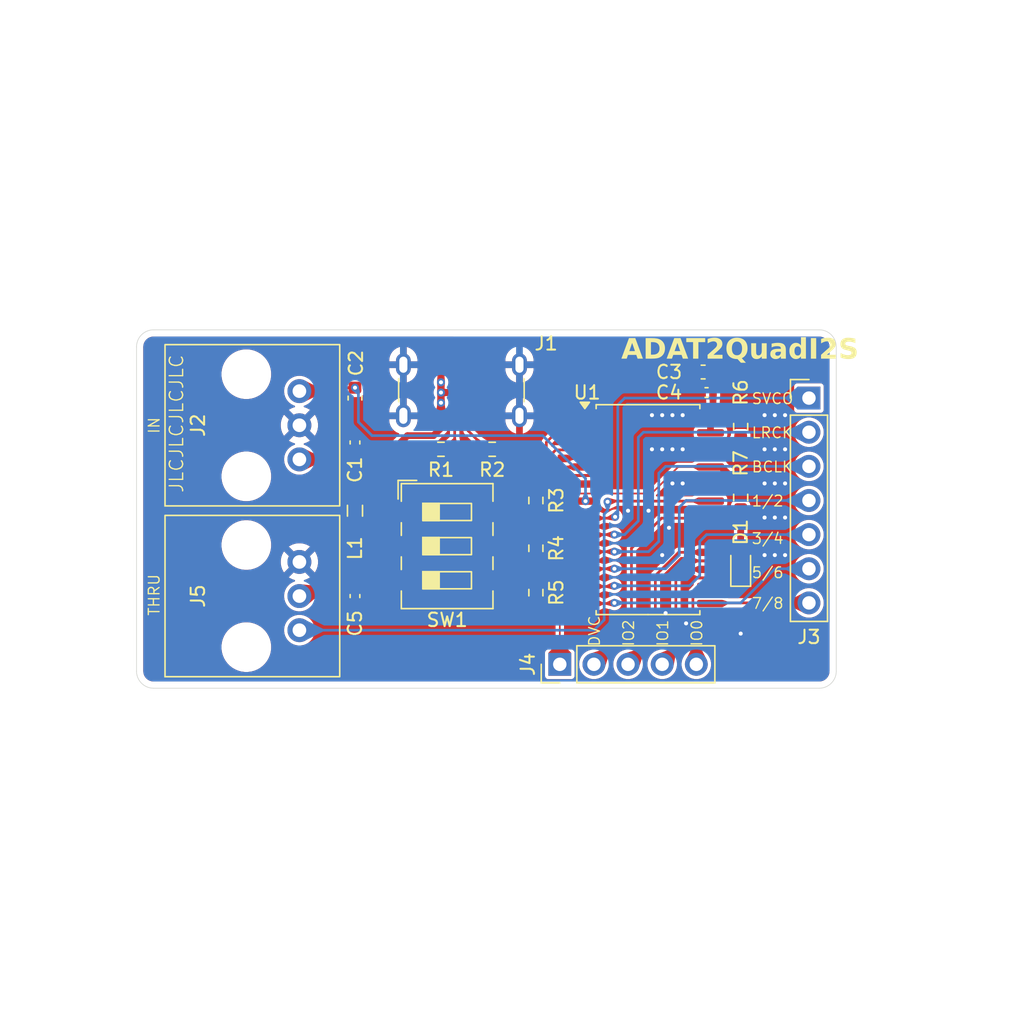
<source format=kicad_pcb>
(kicad_pcb (version 20241229) (generator "pcbnew") (generator_version "9.0")
  (layers (0 "F.Cu" signal) (2 "B.Cu" signal) (13 "F.Paste" user) (15 "B.Paste" user) (5 "F.SilkS" user "F.Silkscreen") (7 "B.SilkS" user "B.Silkscreen") (1 "F.Mask" user) (3 "B.Mask" user) (25 "Edge.Cuts" user))
  (net 0 "")
  (net 1 "GND")
  (net 2 "Net-(J2-Vcc)")
  (net 3 "Net-(J2-Vout)")
  (net 4 "VDD")
  (net 5 "Net-(D1-A)")
  (net 6 "Net-(J1-CC1)")
  (net 7 "Net-(J1-CC2)")
  (net 8 "/MODE0")
  (net 9 "/CODE0")
  (net 10 "/CODE1")
  (net 11 "/MUTE")
  (net 12 "/ERR")
  (net 14 "Net-(J5-Vin)")
  (net 15 "/OUT1{slash}2")
  (net 16 "/SVCO")
  (net 17 "/OUT3{slash}4")
  (net 18 "/BCLK")
  (net 19 "/OUT5{slash}6")
  (net 20 "/OUT7{slash}8")
  (net 21 "IO0")
  (net 22 "IO2")
  (net 23 "DVCO")
  (net 24 "IO1")
  (net 25 "/WDCLK")
  (footprint "Resistor_SMD:R_0603_1608Metric" (layer "F.Cu") (at 116.078 92.456 90)
    (property "Reference" "R4" (at 0 1.524 90) (layer "F.SilkS"))
    (property "Value" "10k")
    (fp_line (start -0.237258 -0.5225) (end 0.237258 -0.5225) (stroke (width 0.12)) (layer "F.SilkS"))
    (fp_line (start -0.237258 0.5225) (end 0.237258 0.5225) (stroke (width 0.12)) (layer "F.SilkS"))
    (pad "1" smd roundrect (at -0.825 0 90) (size 0.8 0.95) (layers "F.Cu" "F.Mask" "F.Paste") (net 9 "/CODE0"))
    (pad "2" smd roundrect (at 0.825 0 90) (size 0.8 0.95) (layers "F.Cu" "F.Mask" "F.Paste") (net 1 "GND"))
  )
  (footprint "Capacitor_SMD:C_0603_1608Metric" (layer "F.Cu") (at 102.616 81.28 -90)
    (property "Reference" "C2" (at -2.5995 -0.0725 90) (layer "F.SilkS"))
    (property "Value" "30p")
    (fp_line (start -0.14058 0.51) (end 0.14058 0.51) (stroke (width 0.12)) (layer "F.SilkS"))
    (fp_line (start -0.14058 -0.51) (end 0.14058 -0.51) (stroke (width 0.12)) (layer "F.SilkS"))
    (pad "1" smd roundrect (at -0.775 0 270) (size 0.9 0.95) (layers "F.Cu" "F.Mask" "F.Paste") (net 3 "Net-(J2-Vout)"))
    (pad "2" smd roundrect (at 0.775 0 270) (size 0.9 0.95) (layers "F.Cu" "F.Mask" "F.Paste") (net 1 "GND"))
  )
  (footprint "Resistor_SMD:R_0603_1608Metric" (layer "F.Cu") (at 131.318 88.6775 90)
    (property "Reference" "R7" (at 2.54 0 90) (layer "F.SilkS"))
    (property "Value" "1k")
    (fp_line (start -0.237258 -0.5225) (end 0.237258 -0.5225) (stroke (width 0.12)) (layer "F.SilkS"))
    (fp_line (start -0.237258 0.5225) (end 0.237258 0.5225) (stroke (width 0.12)) (layer "F.SilkS"))
    (pad "1" smd roundrect (at -0.825 0 90) (size 0.8 0.95) (layers "F.Cu" "F.Mask" "F.Paste") (net 5 "Net-(D1-A)"))
    (pad "2" smd roundrect (at 0.825 0 90) (size 0.8 0.95) (layers "F.Cu" "F.Mask" "F.Paste") (net 12 "/ERR"))
  )
  (footprint "Connector_PinHeader_2.54mm:PinHeader_1x07_P2.54mm_Vertical" (layer "F.Cu") (at 136.398 81.28)
    (property "Reference" "J3" (at 0 17.78 0) (layer "F.SilkS"))
    (property "Value" "Conn_01x07_Pin")
    (fp_line (start -1.38 -1.38) (end 0 -1.38) (stroke (width 0.12)) (layer "F.SilkS"))
    (fp_line (start -1.38 0) (end -1.38 -1.38) (stroke (width 0.12)) (layer "F.SilkS"))
    (fp_line (start -1.38 1.27) (end -1.38 16.62) (stroke (width 0.12)) (layer "F.SilkS"))
    (fp_line (start -1.38 1.27) (end 1.38 1.27) (stroke (width 0.12)) (layer "F.SilkS"))
    (fp_line (start -1.38 16.62) (end 1.38 16.62) (stroke (width 0.12)) (layer "F.SilkS"))
    (fp_line (start 1.38 1.27) (end 1.38 16.62) (stroke (width 0.12)) (layer "F.SilkS"))
    (pad "1" thru_hole rect (at 0 0) (size 1.7 1.7) (drill 1) (layers "*.Cu" "*.Mask") (net 16 "/SVCO"))
    (pad "2" thru_hole circle (at 0 2.54) (size 1.7 1.7) (drill 1) (layers "*.Cu" "*.Mask") (net 25 "/WDCLK"))
    (pad "3" thru_hole circle (at 0 5.08) (size 1.7 1.7) (drill 1) (layers "*.Cu" "*.Mask") (net 18 "/BCLK"))
    (pad "4" thru_hole circle (at 0 7.62) (size 1.7 1.7) (drill 1) (layers "*.Cu" "*.Mask") (net 15 "/OUT1{slash}2"))
    (pad "5" thru_hole circle (at 0 10.16) (size 1.7 1.7) (drill 1) (layers "*.Cu" "*.Mask") (net 17 "/OUT3{slash}4"))
    (pad "6" thru_hole circle (at 0 12.7) (size 1.7 1.7) (drill 1) (layers "*.Cu" "*.Mask") (net 19 "/OUT5{slash}6"))
    (pad "7" thru_hole circle (at 0 15.24) (size 1.7 1.7) (drill 1) (layers "*.Cu" "*.Mask") (net 20 "/OUT7{slash}8"))
  )
  (footprint "Capacitor_SMD:C_0402_1005Metric" (layer "F.Cu") (at 102.616 96.012 90)
    (property "Reference" "C5" (at -2.032 0 90) (layer "F.SilkS"))
    (property "Value" "0.1u")
    (fp_line (start -0.107836 -0.36) (end 0.107836 -0.36) (stroke (width 0.12)) (layer "F.SilkS"))
    (fp_line (start -0.107836 0.36) (end 0.107836 0.36) (stroke (width 0.12)) (layer "F.SilkS"))
    (pad "1" smd roundrect (at -0.48 0 90) (size 0.56 0.62) (layers "F.Cu" "F.Mask" "F.Paste") (net 1 "GND"))
    (pad "2" smd roundrect (at 0.48 0 90) (size 0.56 0.62) (layers "F.Cu" "F.Mask" "F.Paste") (net 4 "VDD"))
  )
  (footprint "Capacitor_SMD:C_0402_1005Metric" (layer "F.Cu") (at 128.778 80.8665)
    (property "Reference" "C4" (at -2.794 0 0) (layer "F.SilkS"))
    (property "Value" "0.1u")
    (fp_line (start -0.107836 -0.36) (end 0.107836 -0.36) (stroke (width 0.12)) (layer "F.SilkS"))
    (fp_line (start -0.107836 0.36) (end 0.107836 0.36) (stroke (width 0.12)) (layer "F.SilkS"))
    (pad "1" smd roundrect (at -0.48 0) (size 0.56 0.62) (layers "F.Cu" "F.Mask" "F.Paste") (net 1 "GND"))
    (pad "2" smd roundrect (at 0.48 0) (size 0.56 0.62) (layers "F.Cu" "F.Mask" "F.Paste") (net 4 "VDD"))
  )
  (footprint "Connector_PinHeader_2.54mm:PinHeader_1x05_P2.54mm_Vertical" (layer "F.Cu") (at 117.856 101.092 90)
    (property "Reference" "J4" (at 0 -2.38 90) (layer "F.SilkS"))
    (property "Value" "Conn_01x05_Pin")
    (fp_line (start -1.38 -1.38) (end 0 -1.38) (stroke (width 0.12)) (layer "F.SilkS"))
    (fp_line (start -1.38 0) (end -1.38 -1.38) (stroke (width 0.12)) (layer "F.SilkS"))
    (fp_line (start 1.38 1.27) (end 1.38 11.54) (stroke (width 0.12)) (layer "F.SilkS"))
    (fp_line (start -1.38 1.27) (end 1.38 1.27) (stroke (width 0.12)) (layer "F.SilkS"))
    (fp_line (start -1.38 1.27) (end -1.38 11.54) (stroke (width 0.12)) (layer "F.SilkS"))
    (fp_line (start -1.38 11.54) (end 1.38 11.54) (stroke (width 0.12)) (layer "F.SilkS"))
    (pad "1" thru_hole rect (at 0 0 90) (size 1.7 1.7) (drill 1) (layers "*.Cu" "*.Mask") (net 12 "/ERR"))
    (pad "2" thru_hole circle (at 0 2.54 90) (size 1.7 1.7) (drill 1) (layers "*.Cu" "*.Mask") (net 23 "DVCO"))
    (pad "3" thru_hole circle (at 0 5.08 90) (size 1.7 1.7) (drill 1) (layers "*.Cu" "*.Mask") (net 22 "IO2"))
    (pad "4" thru_hole circle (at 0 7.62 90) (size 1.7 1.7) (drill 1) (layers "*.Cu" "*.Mask") (net 24 "IO1"))
    (pad "5" thru_hole circle (at 0 10.16 90) (size 1.7 1.7) (drill 1) (layers "*.Cu" "*.Mask") (net 21 "IO0"))
  )
  (footprint "Resistor_SMD:R_0603_1608Metric" (layer "F.Cu") (at 109.015 85.09 180)
    (property "Reference" "R1" (at 0 -1.524 0) (layer "F.SilkS"))
    (property "Value" "5.1k")
    (fp_line (start -0.237258 0.5225) (end 0.237258 0.5225) (stroke (width 0.12)) (layer "F.SilkS"))
    (fp_line (start -0.237258 -0.5225) (end 0.237258 -0.5225) (stroke (width 0.12)) (layer "F.SilkS"))
    (pad "1" smd roundrect (at -0.825 0 180) (size 0.8 0.95) (layers "F.Cu" "F.Mask" "F.Paste") (net 7 "Net-(J1-CC2)"))
    (pad "2" smd roundrect (at 0.825 0 180) (size 0.8 0.95) (layers "F.Cu" "F.Mask" "F.Paste") (net 1 "GND"))
  )
  (footprint "Package_SO:SOP-24_7.5x15.4mm_P1.27mm" (layer "F.Cu") (at 124.4205 89.5815)
    (property "Reference" "U1" (at -4.5325 -8.715 0) (layer "F.SilkS"))
    (property "Value" "V1402")
    (fp_line (start -3.86 -7.81) (end -3.86 -7.52) (stroke (width 0.12)) (layer "F.SilkS"))
    (fp_line (start -3.86 7.81) (end -3.86 7.52) (stroke (width 0.12)) (layer "F.SilkS"))
    (fp_line (start 0 -7.81) (end -3.86 -7.81) (stroke (width 0.12)) (layer "F.SilkS"))
    (fp_line (start 0 -7.81) (end 3.86 -7.81) (stroke (width 0.12)) (layer "F.SilkS"))
    (fp_line (start 0 7.81) (end -3.86 7.81) (stroke (width 0.12)) (layer "F.SilkS"))
    (fp_line (start 0 7.81) (end 3.86 7.81) (stroke (width 0.12)) (layer "F.SilkS"))
    (fp_line (start 3.86 -7.81) (end 3.86 -7.52) (stroke (width 0.12)) (layer "F.SilkS"))
    (fp_line (start 3.86 7.81) (end 3.86 7.52) (stroke (width 0.12)) (layer "F.SilkS"))
    (fp_poly (pts (xy -4.7 -7.52) (xy -5.04 -7.99) (xy -4.36 -7.99)) (stroke (width 0.12)) (fill yes) (layer "F.SilkS"))
    (pad "1" smd roundrect (at -4.65 -6.985) (size 2 0.55) (layers "F.Cu" "F.Mask" "F.Paste") (net 1 "GND"))
    (pad "2" smd roundrect (at -4.65 -5.715) (size 2 0.55) (layers "F.Cu" "F.Mask" "F.Paste") (net 8 "/MODE0"))
    (pad "3" smd roundrect (at -4.65 -4.445) (size 2 0.55) (layers "F.Cu" "F.Mask" "F.Paste") (net 9 "/CODE0"))
    (pad "4" smd roundrect (at -4.65 -3.175) (size 2 0.55) (layers "F.Cu" "F.Mask" "F.Paste") (net 10 "/CODE1"))
    (pad "5" smd roundrect (at -4.65 -1.905) (size 2 0.55) (layers "F.Cu" "F.Mask" "F.Paste"))
    (pad "6" smd roundrect (at -4.65 -0.635) (size 2 0.55) (layers "F.Cu" "F.Mask" "F.Paste") (net 3 "Net-(J2-Vout)"))
    (pad "7" smd roundrect (at -4.65 0.635) (size 2 0.55) (layers "F.Cu" "F.Mask" "F.Paste") (net 16 "/SVCO"))
    (pad "8" smd roundrect (at -4.65 1.905) (size 2 0.55) (layers "F.Cu" "F.Mask" "F.Paste") (net 25 "/WDCLK"))
    (pad "9" smd roundrect (at -4.65 3.175) (size 2 0.55) (layers "F.Cu" "F.Mask" "F.Paste") (net 18 "/BCLK"))
    (pad "10" smd roundrect (at -4.65 4.445) (size 2 0.55) (layers "F.Cu" "F.Mask" "F.Paste") (net 15 "/OUT1{slash}2"))
    (pad "11" smd roundrect (at -4.65 5.715) (size 2 0.55) (layers "F.Cu" "F.Mask" "F.Paste") (net 17 "/OUT3{slash}4"))
    (pad "12" smd roundrect (at -4.65 6.985) (size 2 0.55) (layers "F.Cu" "F.Mask" "F.Paste") (net 19 "/OUT5{slash}6"))
    (pad "13" smd roundrect (at 4.65 6.985) (size 2 0.55) (layers "F.Cu" "F.Mask" "F.Paste") (net 20 "/OUT7{slash}8"))
    (pad "14" smd roundrect (at 4.65 5.715) (size 2 0.55) (layers "F.Cu" "F.Mask" "F.Paste") (net 21 "IO0"))
    (pad "15" smd roundrect (at 4.65 4.445) (size 2 0.55) (layers "F.Cu" "F.Mask" "F.Paste") (net 24 "IO1"))
    (pad "16" smd roundrect (at 4.65 3.175) (size 2 0.55) (layers "F.Cu" "F.Mask" "F.Paste") (net 22 "IO2"))
    (pad "17" smd roundrect (at 4.65 1.905) (size 2 0.55) (layers "F.Cu" "F.Mask" "F.Paste") (net 1 "GND"))
    (pad "18" smd roundrect (at 4.65 0.635) (size 2 0.55) (layers "F.Cu" "F.Mask" "F.Paste") (net 23 "DVCO"))
    (pad "19" smd roundrect (at 4.65 -0.635) (size 2 0.55) (layers "F.Cu" "F.Mask" "F.Paste") (net 14 "Net-(J5-Vin)"))
    (pad "20" smd roundrect (at 4.65 -1.905) (size 2 0.55) (layers "F.Cu" "F.Mask" "F.Paste") (net 1 "GND"))
    (pad "21" smd roundrect (at 4.65 -3.175) (size 2 0.55) (layers "F.Cu" "F.Mask" "F.Paste") (net 12 "/ERR"))
    (pad "22" smd roundrect (at 4.65 -4.445) (size 2 0.55) (layers "F.Cu" "F.Mask" "F.Paste") (net 11 "/MUTE"))
    (pad "23" smd roundrect (at 4.65 -5.715) (size 2 0.55) (layers "F.Cu" "F.Mask" "F.Paste") (net 4 "VDD"))
    (pad "24" smd roundrect (at 4.65 -6.985) (size 2 0.55) (layers "F.Cu" "F.Mask" "F.Paste") (net 4 "VDD"))
  )
  (footprint "Resistor_SMD:R_0603_1608Metric" (layer "F.Cu") (at 131.318 83.4065 90)
    (property "Reference" "R6" (at 2.54 0 90) (layer "F.SilkS"))
    (property "Value" "10k")
    (fp_line (start -0.237258 -0.5225) (end 0.237258 -0.5225) (stroke (width 0.12)) (layer "F.SilkS"))
    (fp_line (start -0.237258 0.5225) (end 0.237258 0.5225) (stroke (width 0.12)) (layer "F.SilkS"))
    (pad "1" smd roundrect (at -0.825 0 90) (size 0.8 0.95) (layers "F.Cu" "F.Mask" "F.Paste") (net 11 "/MUTE"))
    (pad "2" smd roundrect (at 0.825 0 90) (size 0.8 0.95) (layers "F.Cu" "F.Mask" "F.Paste") (net 1 "GND"))
  )
  (footprint "Capacitor_SMD:C_0402_1005Metric" (layer "F.Cu") (at 102.616 84.582 90)
    (property "Reference" "C1" (at -2.032 0 90) (layer "F.SilkS"))
    (property "Value" "0.1u")
    (fp_line (start -0.107836 -0.36) (end 0.107836 -0.36) (stroke (width 0.12)) (layer "F.SilkS"))
    (fp_line (start -0.107836 0.36) (end 0.107836 0.36) (stroke (width 0.12)) (layer "F.SilkS"))
    (pad "1" smd roundrect (at -0.48 0 90) (size 0.56 0.62) (layers "F.Cu" "F.Mask" "F.Paste") (net 2 "Net-(J2-Vcc)"))
    (pad "2" smd roundrect (at 0.48 0 90) (size 0.56 0.62) (layers "F.Cu" "F.Mask" "F.Paste") (net 1 "GND"))
  )
  (footprint "Photolink:PLx13xT" (layer "F.Cu") (at 98.48 83.302 90)
    (property "Reference" "J2" (at 0 -7.548 90) (layer "F.SilkS"))
    (property "Value" "PLR135/T")
    (fp_rect (start -6 -10) (end 6 3) (stroke (width 0.12)) (fill no) (layer "F.SilkS"))
    (pad "" np_thru_hole circle (at -3.8 -3.95 90) (size 2.032 2.032) (drill 3.2) (layers "*.Cu" "*.Mask"))
    (pad "" np_thru_hole circle (at 3.8 -3.95 90) (size 2.032 2.032) (drill 3.2) (layers "*.Cu" "*.Mask"))
    (pad "1" thru_hole circle (at -2.54 0 90) (size 1.778 1.778) (drill 1.016) (layers "*.Cu" "*.Mask") (net 2 "Net-(J2-Vcc)"))
    (pad "2" thru_hole circle (at 0 0 90) (size 1.778 1.778) (drill 1.016) (layers "*.Cu" "*.Mask") (net 1 "GND"))
    (pad "3" thru_hole circle (at 2.54 0 90) (size 1.778 1.778) (drill 1.016) (layers "*.Cu" "*.Mask") (net 3 "Net-(J2-Vout)"))
  )
  (footprint "Connector_USB:USB_C_Receptacle_GCT_USB4125-xx-x_6P_TopMnt_Horizontal" (layer "F.Cu") (at 110.535 79.5965 180)
    (property "Reference" "J1" (at -6.305 2.3805 0) (layer "F.SilkS"))
    (property "Value" "USB_C_Receptacle_PowerOnly_6P")
    (fp_line (start 4.67 -0.25) (end 4.67 -1.95) (stroke (width 0.12)) (layer "F.SilkS"))
    (fp_line (start -4.67 -0.25) (end -4.67 -1.95) (stroke (width 0.12)) (layer "F.SilkS"))
    (pad "A5" smd roundrect (at -0.5 -3.08 180) (size 0.7 1.2) (layers "F.Cu" "F.Mask" "F.Paste") (net 6 "Net-(J1-CC1)"))
    (pad "A9" smd roundrect (at 1.52 -3.08) (size 0.76 1.2) (layers "F.Cu" "F.Mask" "F.Paste") (net 4 "VDD"))
    (pad "A12" smd roundrect (at 2.75 -3.08) (size 0.8 1.2) (layers "F.Cu" "F.Mask" "F.Paste") (net 1 "GND"))
    (pad "B5" smd roundrect (at 0.5 -3.08) (size 0.7 1.2) (layers "F.Cu" "F.Mask" "F.Paste") (net 7 "Net-(J1-CC2)"))
    (pad "B9" smd roundrect (at -1.52 -3.08 180) (size 0.76 1.2) (layers "F.Cu" "F.Mask" "F.Paste") (net 4 "VDD"))
    (pad "B12" smd roundrect (at -2.75 -3.08 180) (size 0.8 1.2) (layers "F.Cu" "F.Mask" "F.Paste") (net 1 "GND"))
    (pad "S1" thru_hole oval (at -4.32 -3 180) (size 1.1 1.7) (drill oval 0.6 1.2) (property pad_prop_heatsink) (layers "*.Cu" "*.Mask" "F.Paste") (net 1 "GND"))
    (pad "S1" thru_hole oval (at -4.32 0.8 180) (size 1.1 1.7) (drill oval 0.6 1.2) (property pad_prop_heatsink) (layers "*.Cu" "*.Mask" "F.Paste") (net 1 "GND"))
    (pad "S1" thru_hole oval (at 4.32 -3 180) (size 1.1 1.7) (drill oval 0.6 1.2) (property pad_prop_heatsink) (layers "*.Cu" "*.Mask" "F.Paste") (net 1 "GND"))
    (pad "S1" thru_hole oval (at 4.32 0.8 180) (size 1.1 1.7) (drill oval 0.6 1.2) (property pad_prop_heatsink) (layers "*.Cu" "*.Mask" "F.Paste") (net 1 "GND"))
  )
  (footprint "Resistor_SMD:R_0603_1608Metric" (layer "F.Cu") (at 116.078 88.9 90)
    (property "Reference" "R3" (at 0 1.524 90) (layer "F.SilkS"))
    (property "Value" "10k")
    (fp_line (start -0.237258 -0.5225) (end 0.237258 -0.5225) (stroke (width 0.12)) (layer "F.SilkS"))
    (fp_line (start -0.237258 0.5225) (end 0.237258 0.5225) (stroke (width 0.12)) (layer "F.SilkS"))
    (pad "1" smd roundrect (at -0.825 0 90) (size 0.8 0.95) (layers "F.Cu" "F.Mask" "F.Paste") (net 8 "/MODE0"))
    (pad "2" smd roundrect (at 0.825 0 90) (size 0.8 0.95) (layers "F.Cu" "F.Mask" "F.Paste") (net 1 "GND"))
  )
  (footprint "Resistor_SMD:R_0603_1608Metric" (layer "F.Cu") (at 116.078 95.758 -90)
    (property "Reference" "R5" (at 0 -1.524 90) (layer "F.SilkS"))
    (property "Value" "10k")
    (fp_line (start -0.237258 0.5225) (end 0.237258 0.5225) (stroke (width 0.12)) (layer "F.SilkS"))
    (fp_line (start -0.237258 -0.5225) (end 0.237258 -0.5225) (stroke (width 0.12)) (layer "F.SilkS"))
    (pad "1" smd roundrect (at -0.825 0 270) (size 0.8 0.95) (layers "F.Cu" "F.Mask" "F.Paste") (net 10 "/CODE1"))
    (pad "2" smd roundrect (at 0.825 0 270) (size 0.8 0.95) (layers "F.Cu" "F.Mask" "F.Paste") (net 1 "GND"))
  )
  (footprint "Button_Switch_SMD:SW_DIP_SPSTx03_Slide_6.7x9.18mm_W8.61mm_P2.54mm_LowProfile" (layer "F.Cu") (at 109.474 92.2965)
    (property "Reference" "SW1" (at 0 5.4935 0) (layer "F.SilkS"))
    (property "Value" "SW_DIP_x03")
    (fp_line (start -3.65 -4.89) (end -3.65 -3.507) (stroke (width 0.12)) (layer "F.SilkS"))
    (fp_line (start -3.65 -4.89) (end -2.267 -4.89) (stroke (width 0.12)) (layer "F.SilkS"))
    (fp_line (start -3.41 -4.65) (end -3.41 -3.34) (stroke (width 0.12)) (layer "F.SilkS"))
    (fp_line (start -3.41 -4.65) (end 3.41 -4.65) (stroke (width 0.12)) (layer "F.SilkS"))
    (fp_line (start -3.41 -1.74) (end -3.41 -0.8) (stroke (width 0.12)) (layer "F.SilkS"))
    (fp_line (start -3.41 0.8) (end -3.41 1.74) (stroke (width 0.12)) (layer "F.SilkS"))
    (fp_line (start -3.41 3.34) (end -3.41 4.65) (stroke (width 0.12)) (layer "F.SilkS"))
    (fp_line (start -3.41 4.65) (end 3.41 4.65) (stroke (width 0.12)) (layer "F.SilkS"))
    (fp_line (start -0.603333 -3.175) (end -0.603333 -1.905) (stroke (width 0.12)) (layer "F.SilkS"))
    (fp_line (start -0.603333 -0.635) (end -0.603333 0.635) (stroke (width 0.12)) (layer "F.SilkS"))
    (fp_line (start -0.603333 1.905) (end -0.603333 3.175) (stroke (width 0.12)) (layer "F.SilkS"))
    (fp_line (start 3.41 -4.65) (end 3.41 -3.34) (stroke (width 0.12)) (layer "F.SilkS"))
    (fp_line (start 3.41 -1.74) (end 3.41 -0.8) (stroke (width 0.12)) (layer "F.SilkS"))
    (fp_line (start 3.41 0.8) (end 3.41 1.74) (stroke (width 0.12)) (layer "F.SilkS"))
    (fp_line (start 3.41 3.34) (end 3.41 4.65) (stroke (width 0.12)) (layer "F.SilkS"))
    (fp_rect (start -1.81 -3.175) (end -0.603333 -1.905) (stroke (width 0.12)) (fill yes) (layer "F.SilkS"))
    (fp_rect (start -1.81 -3.175) (end 1.81 -1.905) (stroke (width 0.12)) (fill no) (layer "F.SilkS"))
    (fp_rect (start -1.81 -0.635) (end -0.603333 0.635) (stroke (width 0.12)) (fill yes) (layer "F.SilkS"))
    (fp_rect (start -1.81 -0.635) (end 1.81 0.635) (stroke (width 0.12)) (fill no) (layer "F.SilkS"))
    (fp_rect (start -1.81 1.905) (end -0.603333 3.175) (stroke (width 0.12)) (fill yes) (layer "F.SilkS"))
    (fp_rect (start -1.81 1.905) (end 1.81 3.175) (stroke (width 0.12)) (fill no) (layer "F.SilkS"))
    (pad "1" smd roundrect (at -4.305 -2.54) (size 2.44 1.12) (layers "F.Cu" "F.Mask" "F.Paste") (roundrect_rratio 0.223214) (net 4 "VDD"))
    (pad "2" smd roundrect (at -4.305 0) (size 2.44 1.12) (layers "F.Cu" "F.Mask" "F.Paste") (roundrect_rratio 0.223214) (net 4 "VDD"))
    (pad "3" smd roundrect (at -4.305 2.54) (size 2.44 1.12) (layers "F.Cu" "F.Mask" "F.Paste") (roundrect_rratio 0.223214) (net 4 "VDD"))
    (pad "4" smd roundrect (at 4.305 2.54) (size 2.44 1.12) (layers "F.Cu" "F.Mask" "F.Paste") (roundrect_rratio 0.223214) (net 10 "/CODE1"))
    (pad "5" smd roundrect (at 4.305 0) (size 2.44 1.12) (layers "F.Cu" "F.Mask" "F.Paste") (roundrect_rratio 0.223214) (net 9 "/CODE0"))
    (pad "6" smd roundrect (at 4.305 -2.54) (size 2.44 1.12) (layers "F.Cu" "F.Mask" "F.Paste") (roundrect_rratio 0.223214) (net 8 "/MODE0"))
  )
  (footprint "Capacitor_SMD:C_0603_1608Metric" (layer "F.Cu") (at 128.524 79.3425)
    (property "Reference" "C3" (at -2.54 0 0) (layer "F.SilkS"))
    (property "Value" "10u")
    (fp_line (start -0.14058 -0.51) (end 0.14058 -0.51) (stroke (width 0.12)) (layer "F.SilkS"))
    (fp_line (start -0.14058 0.51) (end 0.14058 0.51) (stroke (width 0.12)) (layer "F.SilkS"))
    (pad "1" smd roundrect (at -0.775 0) (size 0.9 0.95) (layers "F.Cu" "F.Mask" "F.Paste") (net 1 "GND"))
    (pad "2" smd roundrect (at 0.775 0) (size 0.9 0.95) (layers "F.Cu" "F.Mask" "F.Paste") (net 4 "VDD"))
  )
  (footprint "Inductor_SMD:L_0805_2012Metric" (layer "F.Cu") (at 102.616 89.662 90)
    (property "Reference" "L1" (at -2.794 0 90) (layer "F.SilkS"))
    (property "Value" "47u")
    (fp_line (start -0.399622 -0.56) (end 0.399622 -0.56) (stroke (width 0.12)) (layer "F.SilkS"))
    (fp_line (start -0.399622 0.56) (end 0.399622 0.56) (stroke (width 0.12)) (layer "F.SilkS"))
    (pad "1" smd roundrect (at -1.0625 0 90) (size 0.875 1.2) (layers "F.Cu" "F.Mask" "F.Paste") (net 4 "VDD"))
    (pad "2" smd roundrect (at 1.0625 0 90) (size 0.875 1.2) (layers "F.Cu" "F.Mask" "F.Paste") (net 2 "Net-(J2-Vcc)"))
  )
  (footprint "Photolink:PLx13xT" (layer "F.Cu") (at 98.48 96.012 90)
    (property "Reference" "J5" (at 0 -7.548 90) (layer "F.SilkS"))
    (property "Value" "PLT133/T")
    (fp_rect (start -6 -10) (end 6 3) (stroke (width 0.12)) (fill no) (layer "F.SilkS"))
    (pad "" np_thru_hole circle (at -3.8 -3.95 90) (size 2.032 2.032) (drill 3.2) (layers "*.Cu" "*.Mask"))
    (pad "" np_thru_hole circle (at 3.8 -3.95 90) (size 2.032 2.032) (drill 3.2) (layers "*.Cu" "*.Mask"))
    (pad "1" thru_hole circle (at -2.54 0 90) (size 1.778 1.778) (drill 1.016) (layers "*.Cu" "*.Mask") (net 14 "Net-(J5-Vin)"))
    (pad "2" thru_hole circle (at 0 0 90) (size 1.778 1.778) (drill 1.016) (layers "*.Cu" "*.Mask") (net 4 "VDD"))
    (pad "3" thru_hole circle (at 2.54 0 90) (size 1.778 1.778) (drill 1.016) (layers "*.Cu" "*.Mask") (net 1 "GND"))
  )
  (footprint "LED_SMD:LED_0603_1608Metric" (layer "F.Cu") (at 131.318 93.795 90)
    (property "Reference" "D1" (at 2.54 0 90) (layer "F.SilkS"))
    (property "Value" "LED")
    (fp_line (start 0.8 -0.735) (end -1.485 -0.735) (stroke (width 0.12)) (layer "F.SilkS"))
    (fp_line (start -1.485 -0.735) (end -1.485 0.735) (stroke (width 0.12)) (layer "F.SilkS"))
    (fp_line (start -1.485 0.735) (end 0.8 0.735) (stroke (width 0.12)) (layer "F.SilkS"))
    (pad "1" smd roundrect (at -0.7875 0 90) (size 0.875 0.95) (layers "F.Cu" "F.Mask" "F.Paste") (net 1 "GND"))
    (pad "2" smd roundrect (at 0.7875 0 90) (size 0.875 0.95) (layers "F.Cu" "F.Mask" "F.Paste") (net 5 "Net-(D1-A)"))
  )
  (footprint "Resistor_SMD:R_0603_1608Metric" (layer "F.Cu") (at 112.825 85.09)
    (property "Reference" "R2" (at 0 1.524 0) (layer "F.SilkS"))
    (property "Value" "5.1k")
    (fp_line (start -0.237258 -0.5225) (end 0.237258 -0.5225) (stroke (width 0.12)) (layer "F.SilkS"))
    (fp_line (start -0.237258 0.5225) (end 0.237258 0.5225) (stroke (width 0.12)) (layer "F.SilkS"))
    (pad "1" smd roundrect (at -0.825 0) (size 0.8 0.95) (layers "F.Cu" "F.Mask" "F.Paste") (net 6 "Net-(J1-CC1)"))
    (pad "2" smd roundrect (at 0.825 0) (size 0.8 0.95) (layers "F.Cu" "F.Mask" "F.Paste") (net 1 "GND"))
  )
  (gr_line (start 87.63 102.87) (end 137.16 102.87) (stroke (width 0.05)) (layer "Edge.Cuts"))
  (gr_line (start 137.16 76.2) (end 87.63 76.2) (stroke (width 0.05)) (layer "Edge.Cuts"))
  (gr_line (start 86.36 77.47) (end 86.36 101.6) (stroke (width 0.05)) (layer "Edge.Cuts"))
  (gr_arc (start 87.63 102.87) (mid 86.731974 102.498026) (end 86.36 101.6) (stroke (width 0.05)) (layer "Edge.Cuts"))
  (gr_line (start 138.43 77.47) (end 138.43 101.6) (stroke (width 0.05)) (layer "Edge.Cuts"))
  (gr_arc (start 137.16 76.2) (mid 138.058026 76.571974) (end 138.43 77.47) (stroke (width 0.05)) (layer "Edge.Cuts"))
  (gr_arc (start 138.43 101.6) (mid 138.058026 102.498026) (end 137.16 102.87) (stroke (width 0.05)) (layer "Edge.Cuts"))
  (gr_arc (start 86.36 77.47) (mid 86.731974 76.571974) (end 87.63 76.2) (stroke (width 0.05)) (layer "Edge.Cuts"))
  (gr_text "IO1" (at 125.984 99.822 90) (layer "F.SilkS") (effects (font (size 0.8 0.8) (thickness 0.1)) (justify left bottom)))
  (gr_text "ADAT2QuadI2S" (at 122.428 77.724 0) (layer "F.SilkS") (effects (font (size 1.5 1.5) (thickness 0.3) (bold yes)) (justify left)))
  (gr_text "IN" (at 88.138 83.312 90) (layer "F.SilkS") (effects (font (size 0.8 0.8) (thickness 0.1)) (justify bottom)))
  (gr_text "BCLK\n" (at 132.08 86.868 0) (layer "F.SilkS") (effects (font (size 0.8 0.8) (thickness 0.1)) (justify left bottom)))
  (gr_text "JLCJLCJLCJLC" (at 89.916 88.392 90) (layer "F.SilkS") (effects (font (size 1 1) (thickness 0.1)) (justify left bottom)))
  (gr_text "5/6" (at 132.08 94.742 0) (layer "F.SilkS") (effects (font (size 0.8 0.8) (thickness 0.1)) (justify left bottom)))
  (gr_text "7/8\n" (at 132.08 97.028 0) (layer "F.SilkS") (effects (font (size 0.8 0.8) (thickness 0.1)) (justify left bottom)))
  (gr_text "SVCO" (at 132.08 81.788 0) (layer "F.SilkS") (effects (font (size 0.8 0.8) (thickness 0.1)) (justify left bottom)))
  (gr_text "3/4" (at 132.08 92.202 0) (layer "F.SilkS") (effects (font (size 0.8 0.8) (thickness 0.1)) (justify left bottom)))
  (gr_text "IO2" (at 123.444 99.822 90) (layer "F.SilkS") (effects (font (size 0.8 0.8) (thickness 0.1)) (justify left bottom)))
  (gr_text "THRU" (at 88.138 97.536 90) (layer "F.SilkS") (effects (font (size 0.8 0.8) (thickness 0.1)) (justify left bottom)))
  (gr_text "IO0" (at 128.524 99.822 90) (layer "F.SilkS") (effects (font (size 0.8 0.8) (thickness 0.1)) (justify left bottom)))
  (gr_text "LRCK\n" (at 132.08 84.328 0) (layer "F.SilkS") (effects (font (size 0.8 0.8) (thickness 0.1)) (justify left bottom)))
  (gr_text "1/2" (at 132.08 89.408 0) (layer "F.SilkS") (effects (font (size 0.8 0.8) (thickness 0.1)) (justify left bottom)))
  (gr_text "DVC\n" (at 120.904 99.822 90) (layer "F.SilkS") (effects (font (size 0.8 0.8) (thickness 0.1)) (justify left bottom)))
  (via (at 126.238 82.55) (size 0.6) (drill 0.3) (layers "F.Cu" "B.Cu") (net 1))
  (via (at 125.984 90.932) (size 0.6) (drill 0.3) (layers "F.Cu" "B.Cu") (net 1))
  (via (at 127.254 98.044) (size 0.6) (drill 0.3) (layers "F.Cu" "B.Cu") (net 1))
  (via (at 127 82.55) (size 0.6) (drill 0.3) (layers "F.Cu" "B.Cu") (net 1))
  (via (at 133.858 92.964) (size 0.6) (drill 0.3) (layers "F.Cu" "B.Cu") (net 1))
  (via (at 133.858 82.55) (size 0.6) (drill 0.3) (layers "F.Cu" "B.Cu") (net 1))
  (via (at 134.62 82.55) (size 0.6) (drill 0.3) (layers "F.Cu" "B.Cu") (net 1))
  (via (at 125.476 85.09) (size 0.6) (drill 0.3) (layers "F.Cu" "B.Cu") (net 1))
  (via (at 125.73 97.282) (size 0.6) (drill 0.3) (layers "F.Cu" "B.Cu") (net 1))
  (via (at 134.62 87.63) (size 0.6) (drill 0.3) (layers "F.Cu" "B.Cu") (net 1))
  (via (at 127 87.63) (size 0.6) (drill 0.3) (layers "F.Cu" "B.Cu") (net 1))
  (via (at 124.714 82.55) (size 0.6) (drill 0.3) (layers "F.Cu" "B.Cu") (net 1))
  (via (at 131.318 98.806) (size 0.6) (drill 0.3) (layers "F.Cu" "B.Cu") (net 1))
  (via (at 133.858 85.09) (size 0.6) (drill 0.3) (layers "F.Cu" "B.Cu") (net 1))
  (via (at 124.46 89.662) (size 0.6) (drill 0.3) (layers "F.Cu" "B.Cu") (net 1))
  (via (at 133.858 87.63) (size 0.6) (drill 0.3) (layers "F.Cu" "B.Cu") (net 1))
  (via (at 125.476 82.55) (size 0.6) (drill 0.3) (layers "F.Cu" "B.Cu") (net 1))
  (via (at 134.62 92.964) (size 0.6) (drill 0.3) (layers "F.Cu" "B.Cu") (net 1))
  (via (at 134.62 90.17) (size 0.6) (drill 0.3) (layers "F.Cu" "B.Cu") (net 1))
  (via (at 126.238 85.09) (size 0.6) (drill 0.3) (layers "F.Cu" "B.Cu") (net 1))
  (via (at 133.858 90.17) (size 0.6) (drill 0.3) (layers "F.Cu" "B.Cu") (net 1))
  (via (at 134.62 85.09) (size 0.6) (drill 0.3) (layers "F.Cu" "B.Cu") (net 1))
  (via (at 133.096 90.17) (size 0.6) (drill 0.3) (layers "F.Cu" "B.Cu") (net 1))
  (via (at 133.096 85.09) (size 0.6) (drill 0.3) (layers "F.Cu" "B.Cu") (net 1))
  (via (at 122.936 89.662) (size 0.6) (drill 0.3) (layers "F.Cu" "B.Cu") (net 1))
  (via (at 133.096 87.63) (size 0.6) (drill 0.3) (layers "F.Cu" "B.Cu") (net 1))
  (via (at 133.096 92.964) (size 0.6) (drill 0.3) (layers "F.Cu" "B.Cu") (net 1))
  (via (at 126.238 87.63) (size 0.6) (drill 0.3) (layers "F.Cu" "B.Cu") (net 1))
  (via (at 124.714 85.09) (size 0.6) (drill 0.3) (layers "F.Cu" "B.Cu") (net 1))
  (via (at 127 85.09) (size 0.6) (drill 0.3) (layers "F.Cu" "B.Cu") (net 1))
  (via (at 125.476 92.964) (size 0.6) (drill 0.3) (layers "F.Cu" "B.Cu") (net 1))
  (via (at 133.096 82.55) (size 0.6) (drill 0.3) (layers "F.Cu" "B.Cu") (net 1))
  (segment (start 100.34 85.842) (end 101.12 85.062) (width 0.2) (layer "F.Cu") (net 2))
  (segment (start 101.12 85.062) (end 102.616 85.062) (width 0.2) (layer "F.Cu") (net 2))
  (segment (start 102.616 88.5995) (end 102.616 85.062) (width 0.2) (layer "F.Cu") (net 2))
  (segment (start 98.48 85.842) (end 100.34 85.842) (width 0.2) (layer "F.Cu") (net 2))
  (segment (start 100.34 80.762) (end 98.48 80.762) (width 0.2) (layer "F.Cu") (net 3))
  (segment (start 102.616 80.505) (end 102.121 80.505) (width 0.2) (layer "F.Cu") (net 3))
  (segment (start 102.108 80.518) (end 100.584 80.518) (width 0.2) (layer "F.Cu") (net 3))
  (segment (start 102.121 80.505) (end 102.108 80.518) (width 0.2) (layer "F.Cu") (net 3))
  (segment (start 100.584 80.518) (end 100.34 80.762) (width 0.2) (layer "F.Cu") (net 3))
  (via (at 102.616 80.505) (size 0.6) (drill 0.3) (layers "F.Cu" "B.Cu") (net 3))
  (via (at 119.7705 88.9465) (size 0.6) (drill 0.3) (layers "F.Cu" "B.Cu") (net 3))
  (segment (start 102.87 83.058) (end 103.886 84.074) (width 0.2) (layer "B.Cu") (net 3))
  (segment (start 116.586 84.074) (end 119.7705 87.2585) (width 0.2) (layer "B.Cu") (net 3))
  (segment (start 119.7705 87.2585) (end 119.7705 88.9465) (width 0.2) (layer "B.Cu") (net 3))
  (segment (start 102.616 80.505) (end 102.87 80.759) (width 0.2) (layer "B.Cu") (net 3))
  (segment (start 103.886 84.074) (end 116.586 84.074) (width 0.2) (layer "B.Cu") (net 3))
  (segment (start 102.87 80.759) (end 102.87 83.058) (width 0.2) (layer "B.Cu") (net 3))
  (segment (start 102.616 90.7245) (end 102.616 90.678) (width 0.5) (layer "F.Cu") (net 4))
  (segment (start 109.015 80.1045) (end 109.015 78.437) (width 0.5) (layer "F.Cu") (net 4))
  (segment (start 109.015 83.517) (end 108.458 84.074) (width 0.5) (layer "F.Cu") (net 4))
  (segment (start 98.48 96.012) (end 98.996 96.012) (width 0.5) (layer "F.Cu") (net 4))
  (segment (start 129.258 82.409) (end 129.0705 82.5965) (width 0.5) (layer "F.Cu") (net 4))
  (segment (start 103.5375 89.7565) (end 105.169 89.7565) (width 0.5) (layer "F.Cu") (net 4))
  (segment (start 110.3955 77.0565) (end 128.524 77.0565) (width 0.5) (layer "F.Cu") (net 4))
  (segment (start 109.015 80.8665) (end 109.015 80.1045) (width 0.5) (layer "F.Cu") (net 4))
  (segment (start 105.169 92.2965) (end 105.169 94.8365) (width 0.5) (layer "F.Cu") (net 4))
  (segment (start 105.169 85.4255) (end 105.169 89.7565) (width 0.5) (layer "F.Cu") (net 4))
  (segment (start 129.299 79.3425) (end 129.299 80.8255) (width 0.5) (layer "F.Cu") (net 4))
  (segment (start 129.258 80.8665) (end 129.258 82.409) (width 0.5) (layer "F.Cu") (net 4))
  (segment (start 109.015 81.6285) (end 109.015 80.8665) (width 0.5) (layer "F.Cu") (net 4))
  (segment (start 129.299 77.8315) (end 129.299 79.3425) (width 0.5) (layer "F.Cu") (net 4))
  (segment (start 105.169 89.7565) (end 105.169 92.2965) (width 0.5) (layer "F.Cu") (net 4))
  (segment (start 128.524 77.0565) (end 129.299 77.8315) (width 0.5) (layer "F.Cu") (net 4))
  (segment (start 106.5205 84.074) (end 105.169 85.4255) (width 0.5) (layer "F.Cu") (net 4))
  (segment (start 109.015 83.517) (end 109.015 82.6765) (width 0.5) (layer "F.Cu") (net 4))
  (segment (start 109.015 80.8665) (end 110.8925 80.8665) (width 0.5) (layer "F.Cu") (net 4))
  (segment (start 109.015 78.437) (end 110.3955 77.0565) (width 0.5) (layer "F.Cu") (net 4))
  (segment (start 98.96 95.532) (end 102.616 95.532) (width 0.5) (layer "F.Cu") (net 4))
  (segment (start 102.616 95.532) (end 103.6985 95.532) (width 0.5) (layer "F.Cu") (net 4))
  (segment (start 102.616 90.678) (end 103.5375 89.7565) (width 0.5) (layer "F.Cu") (net 4))
  (segment (start 129.299 80.8255) (end 129.258 80.8665) (width 0.5) (layer "F.Cu") (net 4))
  (segment (start 129.0705 82.5965) (end 129.0705 83.8665) (width 0.5) (layer "F.Cu") (net 4))
  (segment (start 108.458 84.074) (end 106.5205 84.074) (width 0.5) (layer "F.Cu") (net 4))
  (segment (start 110.8925 80.8665) (end 112.055 82.029) (width 0.5) (layer "F.Cu") (net 4))
  (segment (start 103.6985 95.532) (end 104.394 94.8365) (width 0.5) (layer "F.Cu") (net 4))
  (segment (start 109.015 81.6285) (end 109.015 82.6765) (width 0.5) (layer "F.Cu") (net 4))
  (segment (start 112.055 82.029) (end 112.055 82.629) (width 0.5) (layer "F.Cu") (net 4))
  (segment (start 98.48 96.012) (end 98.96 95.532) (width 0.5) (layer "F.Cu") (net 4))
  (via (at 109.015 80.1045) (size 0.6) (drill 0.3) (layers "F.Cu" "B.Cu") (net 4))
  (via (at 109.015 81.6285) (size 0.6) (drill 0.3) (layers "F.Cu" "B.Cu") (net 4))
  (via (at 109.015 80.8665) (size 0.6) (drill 0.3) (layers "F.Cu" "B.Cu") (net 4))
  (segment (start 131.318 89.5025) (end 131.318 92.8045) (width 0.508) (layer "F.Cu") (net 5))
  (segment (start 111.035 82.629) (end 111.035 83.7115) (width 0.2) (layer "F.Cu") (net 6))
  (segment (start 111.035 83.7115) (end 112 84.6765) (width 0.2) (layer "F.Cu") (net 6))
  (segment (start 112 84.6765) (end 112 85.09) (width 0.2) (layer "F.Cu") (net 6))
  (segment (start 109.84 84.6765) (end 109.84 85.09) (width 0.2) (layer "F.Cu") (net 7))
  (segment (start 110.035 84.4815) (end 109.84 84.6765) (width 0.2) (layer "F.Cu") (net 7))
  (segment (start 110.035 82.629) (end 110.035 84.4815) (width 0.2) (layer "F.Cu") (net 7))
  (segment (start 119.7705 83.8665) (end 117.5555 83.8665) (width 0.2) (layer "F.Cu") (net 8))
  (segment (start 113.8105 89.725) (end 113.779 89.7565) (width 0.2) (layer "F.Cu") (net 8))
  (segment (start 116.0465 89.7565) (end 116.078 89.725) (width 0.2) (layer "F.Cu") (net 8))
  (segment (start 116.854 84.568) (end 116.854 88.949) (width 0.2) (layer "F.Cu") (net 8))
  (segment (start 116.854 88.949) (end 116.078 89.725) (width 0.2) (layer "F.Cu") (net 8))
  (segment (start 117.5555 83.8665) (end 116.854 84.568) (width 0.2) (layer "F.Cu") (net 8))
  (segment (start 116.078 89.725) (end 113.8105 89.725) (width 0.2) (layer "F.Cu") (net 8))
  (segment (start 119.7705 85.1365) (end 117.5555 85.1365) (width 0.2) (layer "F.Cu") (net 9))
  (segment (start 113.855 92.2965) (end 114.3945 92.2965) (width 0.2) (layer "F.Cu") (net 9))
  (segment (start 116.777 93.281) (end 116.078 93.281) (width 0.2) (layer "F.Cu") (net 9))
  (segment (start 117.5555 85.1365) (end 117.348 85.344) (width 0.2) (layer "F.Cu") (net 9))
  (segment (start 115.379 93.281) (end 116.078 93.281) (width 0.2) (layer "F.Cu") (net 9))
  (segment (start 117.348 92.71) (end 116.777 93.281) (width 0.2) (layer "F.Cu") (net 9))
  (segment (start 117.348 85.344) (end 117.348 92.71) (width 0.2) (layer "F.Cu") (net 9))
  (segment (start 114.3945 92.2965) (end 115.379 93.281) (width 0.2) (layer "F.Cu") (net 9))
  (segment (start 117.856 94.488) (end 117.856 86.614) (width 0.2) (layer "F.Cu") (net 10))
  (segment (start 118.0635 86.4065) (end 119.7705 86.4065) (width 0.2) (layer "F.Cu") (net 10))
  (segment (start 116.078 94.933) (end 117.411 94.933) (width 0.2) (layer "F.Cu") (net 10))
  (segment (start 115.9815 94.8365) (end 116.078 94.933) (width 0.2) (layer "F.Cu") (net 10))
  (segment (start 117.411 94.933) (end 117.856 94.488) (width 0.2) (layer "F.Cu") (net 10))
  (segment (start 113.855 94.8365) (end 115.9815 94.8365) (width 0.2) (layer "F.Cu") (net 10))
  (segment (start 117.856 86.614) (end 118.0635 86.4065) (width 0.2) (layer "F.Cu") (net 10))
  (segment (start 129.0705 85.1365) (end 130.413 85.1365) (width 0.508) (layer "F.Cu") (net 11))
  (segment (start 130.413 85.1365) (end 131.318 84.2315) (width 0.508) (layer "F.Cu") (net 11))
  (segment (start 126.663176 86.4065) (end 129.0705 86.4065) (width 0.127) (layer "F.Cu") (net 12))
  (segment (start 124.687676 88.382) (end 126.663176 86.4065) (width 0.127) (layer "F.Cu") (net 12))
  (segment (start 129.872 86.4065) (end 131.318 87.8525) (width 0.508) (layer "F.Cu") (net 12))
  (segment (start 118.364 88.780676) (end 118.762676 88.382) (width 0.127) (layer "F.Cu") (net 12))
  (segment (start 118.762676 88.382) (end 124.687676 88.382) (width 0.127) (layer "F.Cu") (net 12))
  (segment (start 117.856 101.092) (end 117.856 95.25) (width 0.127) (layer "F.Cu") (net 12))
  (segment (start 118.364 94.742) (end 118.364 88.780676) (width 0.127) (layer "F.Cu") (net 12))
  (segment (start 129.0705 86.4065) (end 129.872 86.4065) (width 0.508) (layer "F.Cu") (net 12))
  (segment (start 117.856 95.25) (end 118.364 94.742) (width 0.127) (layer "F.Cu") (net 12))
  (segment (start 121.46 88.9465) (end 129.0705 88.9465) (width 0.2) (layer "F.Cu") (net 14))
  (segment (start 121.412 88.9945) (end 121.46 88.9465) (width 0.2) (layer "F.Cu") (net 14))
  (via (at 121.412 88.9945) (size 0.6) (drill 0.3) (layers "F.Cu" "B.Cu") (net 14))
  (segment (start 120.396 98.552) (end 98.48 98.552) (width 0.2) (layer "B.Cu") (net 14))
  (segment (start 121.158 97.79) (end 120.396 98.552) (width 0.2) (layer "B.Cu") (net 14))
  (segment (start 121.412 88.9945) (end 121.412 89.662) (width 0.2) (layer "B.Cu") (net 14))
  (segment (start 121.158 89.916) (end 121.158 97.79) (width 0.2) (layer "B.Cu") (net 14))
  (segment (start 121.412 89.662) (end 121.158 89.916) (width 0.2) (layer "B.Cu") (net 14))
  (segment (start 119.817 93.98) (end 119.7705 94.0265) (width 0.2) (layer "F.Cu") (net 15))
  (segment (start 121.92 93.98) (end 119.817 93.98) (width 0.2) (layer "F.Cu") (net 15))
  (via (at 121.92 93.98) (size 0.6) (drill 0.3) (layers "F.Cu" "B.Cu") (net 15))
  (segment (start 126.746 89.408) (end 127.254 88.9) (width 0.2) (layer "B.Cu") (net 15))
  (segment (start 127.254 88.9) (end 136.398 88.9) (width 0.2) (layer "B.Cu") (net 15))
  (segment (start 126.746 92.964) (end 126.746 89.408) (width 0.2) (layer "B.Cu") (net 15))
  (segment (start 125.73 93.98) (end 126.746 92.964) (width 0.2) (layer "B.Cu") (net 15))
  (segment (start 121.92 93.98) (end 125.73 93.98) (width 0.2) (layer "B.Cu") (net 15))
  (segment (start 121.8735 90.2165) (end 119.7705 90.2165) (width 0.2) (layer "F.Cu") (net 16))
  (segment (start 121.971875 90.118125) (end 121.8735 90.2165) (width 0.2) (layer "F.Cu") (net 16))
  (via (at 121.971875 90.118125) (size 0.6) (drill 0.3) (layers "F.Cu" "B.Cu") (net 16))
  (segment (start 121.971875 90.118125) (end 122.174 89.916) (width 0.2) (layer "B.Cu") (net 16))
  (segment (start 122.174 89.916) (end 122.174 81.788) (width 0.2) (layer "B.Cu") (net 16))
  (segment (start 122.682 81.28) (end 136.398 81.28) (width 0.2) (layer "B.Cu") (net 16))
  (segment (start 122.174 81.788) (end 122.682 81.28) (width 0.2) (layer "B.Cu") (net 16))
  (segment (start 121.8735 95.2965) (end 119.7705 95.2965) (width 0.2) (layer "F.Cu") (net 17))
  (segment (start 121.92 95.25) (end 121.8735 95.2965) (width 0.2) (layer "F.Cu") (net 17))
  (via (at 121.92 95.25) (size 0.6) (drill 0.3) (layers "F.Cu" "B.Cu") (net 17))
  (segment (start 127.508 95.25) (end 128.27 94.488) (width 0.2) (layer "B.Cu") (net 17))
  (segment (start 121.92 95.25) (end 127.508 95.25) (width 0.2) (layer "B.Cu") (net 17))
  (segment (start 128.778 91.44) (end 136.398 91.44) (width 0.2) (layer "B.Cu") (net 17))
  (segment (start 128.27 91.948) (end 128.778 91.44) (width 0.2) (layer "B.Cu") (net 17))
  (segment (start 128.27 94.488) (end 128.27 91.948) (width 0.2) (layer "B.Cu") (net 17))
  (segment (start 121.92 92.71) (end 119.817 92.71) (width 0.2) (layer "F.Cu") (net 18))
  (segment (start 119.817 92.71) (end 119.7705 92.7565) (width 0.2) (layer "F.Cu") (net 18))
  (via (at 121.92 92.71) (size 0.6) (drill 0.3) (layers "F.Cu" "B.Cu") (net 18))
  (segment (start 125.73 86.36) (end 136.398 86.36) (width 0.2) (layer "B.Cu") (net 18))
  (segment (start 121.92 92.71) (end 124.46 92.71) (width 0.2) (layer "B.Cu") (net 18))
  (segment (start 124.46 92.71) (end 125.222 91.948) (width 0.2) (layer "B.Cu") (net 18))
  (segment (start 125.222 86.868) (end 125.73 86.36) (width 0.2) (layer "B.Cu") (net 18))
  (segment (start 125.222 91.948) (end 125.222 86.868) (width 0.2) (layer "B.Cu") (net 18))
  (segment (start 121.8735 96.5665) (end 119.7705 96.5665) (width 0.2) (layer "F.Cu") (net 19))
  (segment (start 121.92 96.52) (end 121.8735 96.5665) (width 0.2) (layer "F.Cu") (net 19))
  (via (at 121.92 96.52) (size 0.6) (drill 0.3) (layers "F.Cu" "B.Cu") (net 19))
  (segment (start 133.858 93.98) (end 136.398 93.98) (width 0.2) (layer "B.Cu") (net 19))
  (segment (start 131.318 96.52) (end 133.858 93.98) (width 0.2) (layer "B.Cu") (net 19))
  (segment (start 121.92 96.52) (end 131.318 96.52) (width 0.2) (layer "B.Cu") (net 19))
  (segment (start 129.117 96.52) (end 136.398 96.52) (width 0.2) (layer "F.Cu") (net 20))
  (segment (start 129.0705 96.5665) (end 129.117 96.52) (width 0.2) (layer "F.Cu") (net 20))
  (segment (start 128.2235 95.2965) (end 127.762 95.758) (width 0.2) (layer "F.Cu") (net 21))
  (segment (start 127.762 97.536) (end 128.016 97.79) (width 0.2) (layer "F.Cu") (net 21))
  (segment (start 127.762 95.758) (end 127.762 97.536) (width 0.2) (layer "F.Cu") (net 21))
  (segment (start 129.0705 95.2965) (end 128.2235 95.2965) (width 0.2) (layer "F.Cu") (net 21))
  (segment (start 128.016 97.79) (end 128.016 101.092) (width 0.2) (layer "F.Cu") (net 21))
  (segment (start 124.968 99.06) (end 122.936 101.092) (width 0.2) (layer "F.Cu") (net 22))
  (segment (start 126.6995 92.7565) (end 124.968 94.488) (width 0.2) (layer "F.Cu") (net 22))
  (segment (start 129.0705 92.7565) (end 126.6995 92.7565) (width 0.2) (layer "F.Cu") (net 22))
  (segment (start 124.968 94.488) (end 124.968 99.06) (width 0.2) (layer "F.Cu") (net 22))
  (segment (start 125.4295 90.2165) (end 129.0705 90.2165) (width 0.2) (layer "F.Cu") (net 23))
  (segment (start 123.19 92.456) (end 125.4295 90.2165) (width 0.2) (layer "F.Cu") (net 23))
  (segment (start 123.19 98.298) (end 123.19 92.456) (width 0.2) (layer "F.Cu") (net 23))
  (segment (start 120.396 101.092) (end 123.19 98.298) (width 0.2) (layer "F.Cu") (net 23))
  (segment (start 126.492 100.076) (end 126.492 94.742) (width 0.2) (layer "F.Cu") (net 24))
  (segment (start 125.476 101.092) (end 126.492 100.076) (width 0.2) (layer "F.Cu") (net 24))
  (segment (start 126.492 94.742) (end 127.2075 94.0265) (width 0.2) (layer "F.Cu") (net 24))
  (segment (start 127.2075 94.0265) (end 129.0705 94.0265) (width 0.2) (layer "F.Cu") (net 24))
  (segment (start 121.92 91.44) (end 119.817 91.44) (width 0.2) (layer "F.Cu") (net 25))
  (segment (start 119.817 91.44) (end 119.7705 91.4865) (width 0.2) (layer "F.Cu") (net 25))
  (via (at 121.92 91.44) (size 0.6) (drill 0.3) (layers "F.Cu" "B.Cu") (net 25))
  (segment (start 123.698 84.201) (end 124.079 83.82) (width 0.2) (layer "B.Cu") (net 25))
  (segment (start 124.079 83.82) (end 136.398 83.82) (width 0.2) (layer "B.Cu") (net 25))
  (segment (start 123.698 90.424) (end 123.698 84.201) (width 0.2) (layer "B.Cu") (net 25))
  (segment (start 121.92 91.44) (end 122.682 91.44) (width 0.2) (layer "B.Cu") (net 25))
  (segment (start 122.682 91.44) (end 123.698 90.424) (width 0.2) (layer "B.Cu") (net 25))
  (zone (net 1) (net_name "GND") (layers "F.Cu" "B.Cu") (connect_pads thru_hole_only (clearance 0.25)) (min_thickness 0.125) (fill yes (thermal_gap 0.5) (thermal_bridge_width 0.5) (smoothing chamfer))
    (polygon (pts (xy 76.2 51.6565) (xy 152.4 51.6565) (xy 152.4 127.8565) (xy 76.2 127.8565)))
  )
)
</source>
